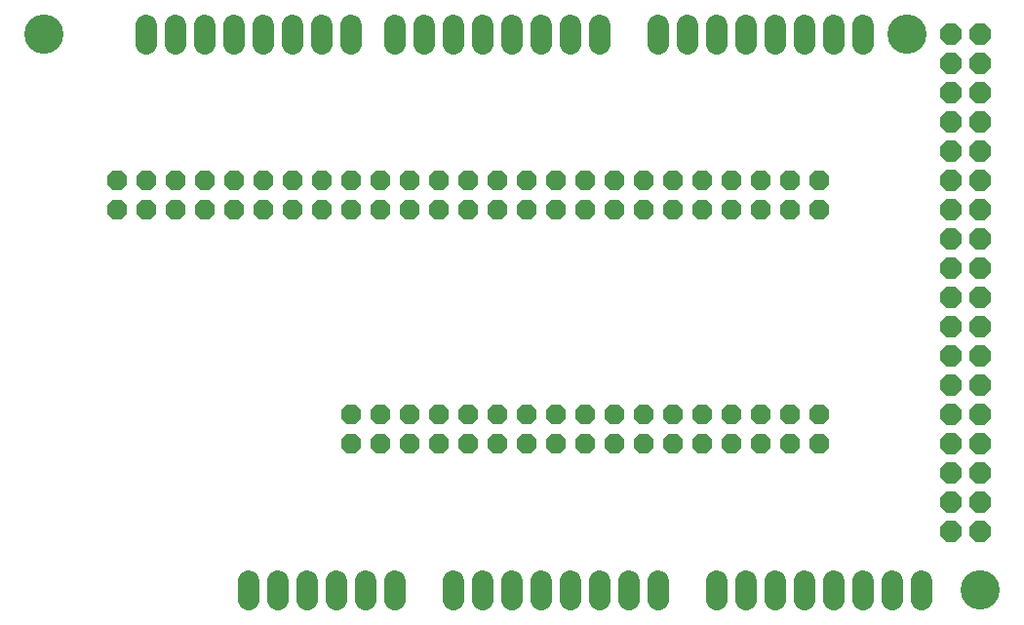
<source format=gbs>
G75*
G70*
%OFA0B0*%
%FSLAX24Y24*%
%IPPOS*%
%LPD*%
%AMOC8*
5,1,8,0,0,1.08239X$1,22.5*
%
%ADD10C,0.1340*%
%ADD11C,0.0720*%
%ADD12OC8,0.0720*%
%ADD13OC8,0.0680*%
D10*
X001656Y020806D03*
X031156Y020806D03*
X033656Y001806D03*
D11*
X008656Y001486D02*
X008656Y002126D01*
X009656Y002126D02*
X009656Y001486D01*
X010656Y001486D02*
X010656Y002126D01*
X011656Y002126D02*
X011656Y001486D01*
X012656Y001486D02*
X012656Y002126D01*
X013656Y002126D02*
X013656Y001486D01*
X015656Y001486D02*
X015656Y002126D01*
X016656Y002126D02*
X016656Y001486D01*
X017656Y001486D02*
X017656Y002126D01*
X018656Y002126D02*
X018656Y001486D01*
X019656Y001486D02*
X019656Y002126D01*
X020656Y002126D02*
X020656Y001486D01*
X021656Y001486D02*
X021656Y002126D01*
X022656Y002126D02*
X022656Y001486D01*
X024656Y001486D02*
X024656Y002126D01*
X025656Y002126D02*
X025656Y001486D01*
X026656Y001486D02*
X026656Y002126D01*
X027656Y002126D02*
X027656Y001486D01*
X028656Y001486D02*
X028656Y002126D01*
X029656Y002126D02*
X029656Y001486D01*
X030656Y001486D02*
X030656Y002126D01*
X031656Y002126D02*
X031656Y001486D01*
X029656Y020486D02*
X029656Y021126D01*
X028656Y021126D02*
X028656Y020486D01*
X027656Y020486D02*
X027656Y021126D01*
X026656Y021126D02*
X026656Y020486D01*
X025656Y020486D02*
X025656Y021126D01*
X024656Y021126D02*
X024656Y020486D01*
X023656Y020486D02*
X023656Y021126D01*
X022656Y021126D02*
X022656Y020486D01*
X020656Y020486D02*
X020656Y021126D01*
X019656Y021126D02*
X019656Y020486D01*
X018656Y020486D02*
X018656Y021126D01*
X017656Y021126D02*
X017656Y020486D01*
X016656Y020486D02*
X016656Y021126D01*
X015656Y021126D02*
X015656Y020486D01*
X014656Y020486D02*
X014656Y021126D01*
X013656Y021126D02*
X013656Y020486D01*
X012156Y020486D02*
X012156Y021126D01*
X011156Y021126D02*
X011156Y020486D01*
X010156Y020486D02*
X010156Y021126D01*
X009156Y021126D02*
X009156Y020486D01*
X008156Y020486D02*
X008156Y021126D01*
X007156Y021126D02*
X007156Y020486D01*
X006156Y020486D02*
X006156Y021126D01*
X005156Y021126D02*
X005156Y020486D01*
D12*
X032656Y020806D03*
X033656Y020806D03*
X033656Y019806D03*
X032656Y019806D03*
X032656Y018806D03*
X033656Y018806D03*
X033656Y017806D03*
X032656Y017806D03*
X032656Y016806D03*
X033656Y016806D03*
X033656Y015806D03*
X032656Y015806D03*
X032656Y014806D03*
X033656Y014806D03*
X033656Y013806D03*
X032656Y013806D03*
X032656Y012806D03*
X033656Y012806D03*
X033656Y011806D03*
X032656Y011806D03*
X032656Y010806D03*
X033656Y010806D03*
X033656Y009806D03*
X032656Y009806D03*
X032656Y008806D03*
X033656Y008806D03*
X033656Y007806D03*
X032656Y007806D03*
X032656Y006806D03*
X033656Y006806D03*
X033656Y005806D03*
X032656Y005806D03*
X032656Y004806D03*
X033656Y004806D03*
X033656Y003806D03*
X032656Y003806D03*
D13*
X028156Y006806D03*
X027156Y006806D03*
X026156Y006806D03*
X025156Y006806D03*
X024156Y006806D03*
X023156Y006806D03*
X022156Y006806D03*
X021156Y006806D03*
X020156Y006806D03*
X019156Y006806D03*
X018156Y006806D03*
X017156Y006806D03*
X016156Y006806D03*
X015156Y006806D03*
X014156Y006806D03*
X013156Y006806D03*
X012156Y006806D03*
X012156Y007806D03*
X013156Y007806D03*
X014156Y007806D03*
X015156Y007806D03*
X016156Y007806D03*
X017156Y007806D03*
X018156Y007806D03*
X019156Y007806D03*
X020156Y007806D03*
X021156Y007806D03*
X022156Y007806D03*
X023156Y007806D03*
X024156Y007806D03*
X025156Y007806D03*
X026156Y007806D03*
X027156Y007806D03*
X028156Y007806D03*
X028156Y014806D03*
X027156Y014806D03*
X026156Y014806D03*
X025156Y014806D03*
X024156Y014806D03*
X023156Y014806D03*
X022156Y014806D03*
X021156Y014806D03*
X020156Y014806D03*
X019156Y014806D03*
X018156Y014806D03*
X017156Y014806D03*
X016156Y014806D03*
X015156Y014806D03*
X014156Y014806D03*
X013156Y014806D03*
X012156Y014806D03*
X011156Y014806D03*
X010156Y014806D03*
X009156Y014806D03*
X008156Y014806D03*
X007156Y014806D03*
X006156Y014806D03*
X005156Y014806D03*
X004156Y014806D03*
X004156Y015806D03*
X005156Y015806D03*
X006156Y015806D03*
X007156Y015806D03*
X008156Y015806D03*
X009156Y015806D03*
X010156Y015806D03*
X011156Y015806D03*
X012156Y015806D03*
X013156Y015806D03*
X014156Y015806D03*
X015156Y015806D03*
X016156Y015806D03*
X017156Y015806D03*
X018156Y015806D03*
X019156Y015806D03*
X020156Y015806D03*
X021156Y015806D03*
X022156Y015806D03*
X023156Y015806D03*
X024156Y015806D03*
X025156Y015806D03*
X026156Y015806D03*
X027156Y015806D03*
X028156Y015806D03*
M02*

</source>
